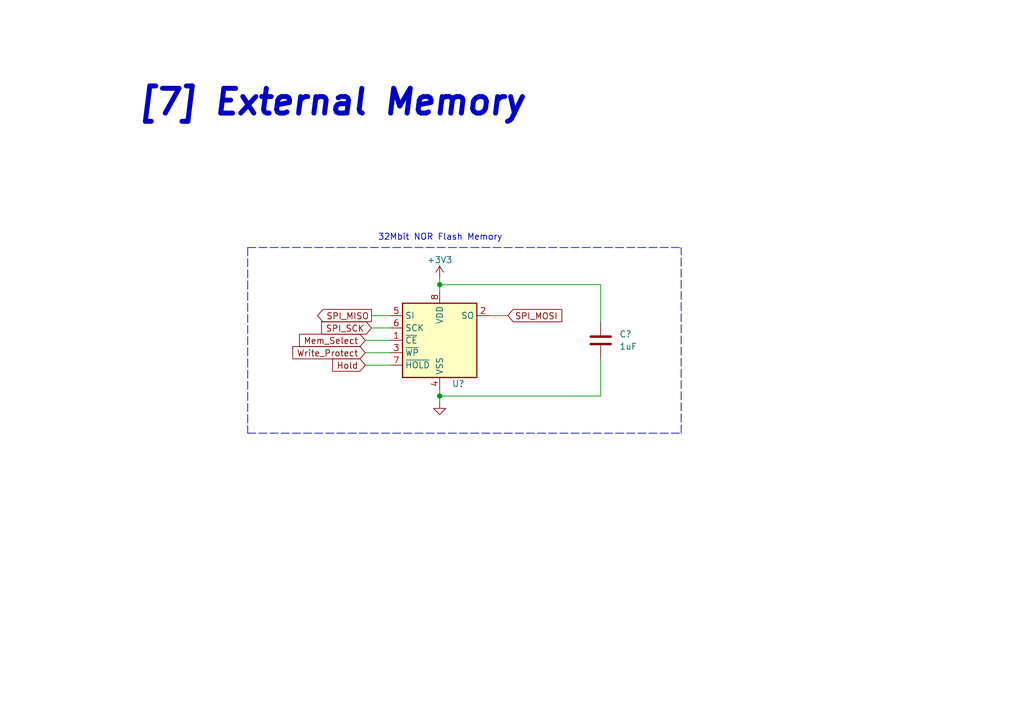
<source format=kicad_sch>
(kicad_sch (version 20211123) (generator eeschema)
  (paper "A5")
  (lib_symbols
    (symbol "Device:C" (pin_numbers hide) (pin_names (offset 0.254))
      (property "Reference" "C" (at 0.635 2.54 0))
      (property "Value" "C" (at 0.635 -2.54 0))
      (symbol "C_0_1"
        (polyline (pts (xy -2.032 -0.762) (xy 2.032 -0.762)) (stroke (width 0.508)))
        (polyline (pts (xy -2.032 0.762) (xy 2.032 0.762)) (stroke (width 0.508)))
      )
      (symbol "C_1_1"
        (pin passive line (at 0 3.81 270) (length 2.794) (name "~") (number "1"))
        (pin passive line (at 0 -3.81 90) (length 2.794) (name "~") (number "2"))
      )
    )
    (symbol "Memory_Flash:SST25VF080B-50-4x-S2Ax"
      (property "Reference" "U" (at -6.35 8.89 0))
      (property "Value" "SST25VF080B-50-4x-S2Ax" (at 13.97 8.89 0))
      (symbol "SST25VF080B-50-4x-S2Ax_1_1"
        (rectangle (start -7.62 7.62) (end 7.62 -7.62) (stroke (width 0.254)) (fill (type background)))
        (pin input line (at -10.16 0 0) (length 2.54) (name "~{CE}") (number "1"))
        (pin output line (at 10.16 5.08 180) (length 2.54) (name "SO") (number "2"))
        (pin input line (at -10.16 -2.54 0) (length 2.54) (name "~{WP}") (number "3"))
        (pin power_in line (at 0 -10.16 90) (length 2.54) (name "VSS") (number "4"))
        (pin input line (at -10.16 5.08 0) (length 2.54) (name "SI") (number "5"))
        (pin input line (at -10.16 2.54 0) (length 2.54) (name "SCK") (number "6"))
        (pin input line (at -10.16 -5.08 0) (length 2.54) (name "~{HOLD}") (number "7"))
        (pin power_in line (at 0 10.16 270) (length 2.54) (name "VDD") (number "8"))
      )
    )
    (symbol "power:+3.3V" (power) (pin_names (offset 0))
      (property "Value" "+3.3V" (at 0 3.556 0))
      (symbol "+3.3V_0_1"
        (polyline (pts (xy -0.762 1.27) (xy 0 2.54)))
        (polyline (pts (xy 0 0) (xy 0 2.54)))
        (polyline (pts (xy 0 2.54) (xy 0.762 1.27)))
      )
      (symbol "+3.3V_1_1"
        (pin power_in line (at 0 0 90) (length 0) hide (name "+3V3") (number "1"))
      )
    )
    (symbol "power:GND" (power) (pin_names (offset 0))
      (property "Value" "GND" (at 0 -3.81 0))
      (symbol "GND_0_1"
        (polyline (pts (xy 0 0) (xy 0 -1.27) (xy 1.27 -1.27) (xy 0 -2.54) (xy -1.27 -1.27) (xy 0 -1.27)))
      )
      (symbol "GND_1_1"
        (pin power_in line (at 0 0 270) (length 0) hide (name "GND") (number "1"))
      )
    )
  )
  (junction (at 90.17 81.28))
  (junction (at 90.17 58.42))
  (wire (pts (xy 90.17 81.28) (xy 90.17 82.55)))
  (polyline (pts (xy 50.8 50.8) (xy 50.8 88.9)))
  (wire (pts (xy 123.19 81.28) (xy 90.17 81.28)))
  (polyline (pts (xy 139.7 88.9) (xy 139.7 50.8)))
  (wire (pts (xy 123.19 73.66) (xy 123.19 81.28)))
  (wire (pts (xy 74.93 72.39) (xy 80.01 72.39)))
  (wire (pts (xy 90.17 57.15) (xy 90.17 58.42)))
  (wire (pts (xy 74.93 69.85) (xy 80.01 69.85)))
  (polyline (pts (xy 50.8 50.8) (xy 139.7 50.8)))
  (wire (pts (xy 90.17 80.01) (xy 90.17 81.28)))
  (wire (pts (xy 123.19 58.42) (xy 90.17 58.42)))
  (polyline (pts (xy 50.8 88.9) (xy 139.7 88.9)))
  (wire (pts (xy 90.17 58.42) (xy 90.17 59.69)))
  (wire (pts (xy 104.14 64.77) (xy 100.33 64.77)))
  (wire (pts (xy 76.2 64.77) (xy 80.01 64.77)))
  (wire (pts (xy 76.2 67.31) (xy 80.01 67.31)))
  (wire (pts (xy 74.93 74.93) (xy 80.01 74.93)))
  (wire (pts (xy 123.19 66.04) (xy 123.19 58.42)))
  (text "32Mbit NOR Flash Memory" (at 77.47 49.53 0) (effects (font (size 1.27 1.27)) (justify left bottom)))
  (text "[7] External Memory" (at 27.94 24.13 0) (effects (font (size 5.08 5.08) (thickness 1.016) bold italic) (justify left bottom)))
  (global_label "SPI_SCK" (shape input) (at 76.2 67.31 180) (property "Intersheet References" "${INTERSHEET_REFS}" (effects hide)))
  (global_label "SPI_MOSI" (shape input) (at 104.14 64.77 0) (property "Intersheet References" "${INTERSHEET_REFS}" (effects hide)))
  (global_label "Write_Protect" (shape input) (at 74.93 72.39 180) (property "Intersheet References" "${INTERSHEET_REFS}" (effects hide)))
  (global_label "SPI_MISO" (shape output) (at 76.2 64.77 180) (property "Intersheet References" "${INTERSHEET_REFS}" (effects hide)))
  (global_label "Mem_Select" (shape input) (at 74.93 69.85 180) (property "Intersheet References" "${INTERSHEET_REFS}" (effects hide)))
  (global_label "Hold" (shape input) (at 74.93 74.93 180) (property "Intersheet References" "${INTERSHEET_REFS}" (effects hide)))
  (symbol (lib_id "power:+3.3V") (at 90.17 57.15 0) (unit 1)
    (property "Reference" "#PWR?" (effects hide))
    (property "Value" "+3.3V" (at 90.17 53.34 0))
  )
  (symbol (lib_id "Device:C") (at 123.19 69.85 0) (unit 1)
    (property "Reference" "C?" (at 127 68.5799 0) (effects (justify left)))
    (property "Value" "1uF" (at 127 71.1199 0) (effects (justify left)))
  )
  (symbol (lib_id "power:GND") (at 90.17 82.55 0) (unit 1)
    (property "Reference" "#PWR?" (effects hide))
    (property "Value" "GND" (effects hide))
  )
  (symbol (lib_id "Memory_Flash:SST25VF080B-50-4x-S2Ax") (at 90.17 69.85 0) (unit 1)
    (property "Reference" "U?" (at 93.98 78.74 0))
    (property "Datasheet" "http://ww1.microchip.com/downloads/en/DeviceDoc/20005045C.pdf" (effects hide))
  )
)
</source>
